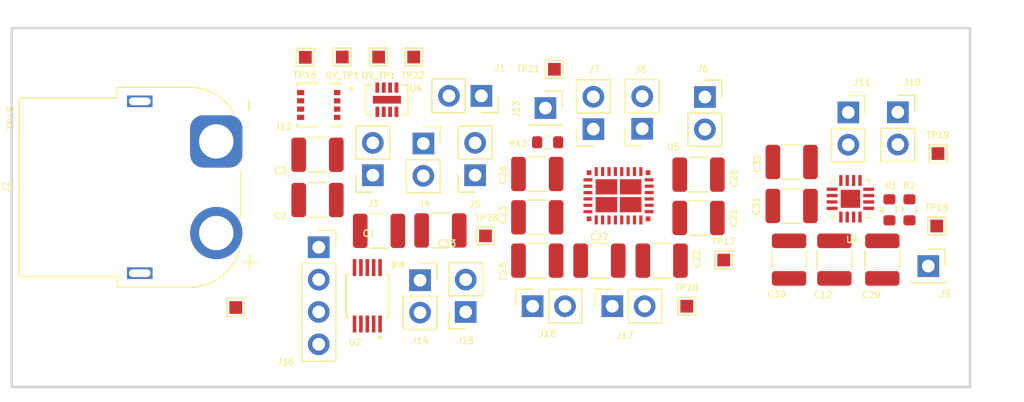
<source format=kicad_pcb>
(kicad_pcb (version 20241229) (generator "pcbnew") (generator_version "9.0")
  (layers (0 "F.Cu" signal) (4 "In1.Cu" signal) (6 "In2.Cu" signal) (2 "B.Cu" signal) (13 "F.Paste" user) (15 "B.Paste" user) (5 "F.SilkS" user "F.Silkscreen") (7 "B.SilkS" user "B.Silkscreen") (1 "F.Mask" user) (3 "B.Mask" user) (25 "Edge.Cuts" user))
  (net 0 "")
  (net 1 "+V_Batt")
  (net 2 "GND")
  (net 3 "+3.3V")
  (net 4 "Net-(U4-Vout)")
  (net 5 "Net-(U5-INTV)")
  (net 6 "Net-(C26-Pad1)")
  (net 7 "Net-(U5-BST)")
  (net 8 "Net-(J8-Pin_2)")
  (net 9 "Net-(J17-Pin_1)")
  (net 10 "Net-(J10-Pin_1)")
  (net 11 "~{LS_Toggle_GPIO}")
  (net 12 "Net-(J3-Pin_1)")
  (net 13 "Net-(J3-Pin_2)")
  (net 14 "Net-(J4-Pin_1)")
  (net 15 "Net-(J6-Pin_2)")
  (net 16 "Net-(J7-Pin_1)")
  (net 17 "+Vout")
  (net 18 "OBC SCL")
  (net 19 "OBC SDA")
  (net 20 "Net-(U4-GATE)")
  (net 21 "Net-(J12-Pad1)")
  (net 22 "SYNC_PHASE")
  (net 23 "Net-(J14-Pin_2)")
  (net 24 "Net-(J15-Pin_1)")
  (net 25 "Net-(J16-Pin_4)")
  (net 26 "SYNC_PHASE1")
  (net 27 "SYNC_PHASE2")
  (net 28 "SYNC_PHASE3")
  (net 29 "Net-(U5-Vc)")
  (footprint "Capacitor_SMD:C_1210_3225Metric" (layer "F.Cu") (at 166.9044 52.6256 180)
    (property "Reference" "C31" (at 2.7524 -0.0048 90) (layer "F.SilkS") (effects (font (size 0.5 0.5) (thickness 0.1))))
    (property "Value" "10u")
    (pad "1" smd roundrect (at -1.475 0 180) (size 1.15 2.7) (layers "F.Cu" "F.Mask" "F.Paste") (roundrect_rratio 0.217391) (net 10 "Net-(J10-Pin_1)"))
    (pad "2" smd roundrect (at 1.475 0 180) (size 1.15 2.7) (layers "F.Cu" "F.Mask" "F.Paste") (roundrect_rratio 0.217391) (net 2 "GND"))
  )
  (footprint "TestPoint:TestPoint_Pad_1.0x1.0mm" (layer "F.Cu") (at 134.5 40.925 180)
    (property "Reference" "OV_TP1" (at 0 -1.45 0) (layer "F.SilkS") (effects (font (size 0.5 0.5) (thickness 0.1))))
    (property "Value" "TestPoint")
    (pad "1" smd rect (at 0 0 180) (size 1 1) (layers "F.Cu" "F.Mask") (net 14 "Net-(J4-Pin_1)"))
  )
  (footprint "TestPoint:TestPoint_Pad_1.0x1.0mm" (layer "F.Cu") (at 123.2916 60.6044 90)
    (property "Reference" "TP15" (at 14.9032 -17.6528 90) (layer "F.SilkS") (effects (font (size 0.5 0.5) (thickness 0.1))))
    (property "Value" "TestPoint")
    (pad "1" smd rect (at 0 0 90) (size 1 1) (layers "F.Cu" "F.Mask") (net 1 "+V_Batt"))
  )
  (footprint "Capacitor_SMD:C_1210_3225Metric" (layer "F.Cu") (at 159.6004 50.1644)
    (property "Reference" "C25" (at 2.77 0.298 90) (layer "F.SilkS") (effects (font (size 0.5 0.5) (thickness 0.1))))
    (property "Value" "1u")
    (pad "1" smd roundrect (at -1.475 0) (size 1.15 2.7) (layers "F.Cu" "F.Mask" "F.Paste") (roundrect_rratio 0.217391) (net 4 "Net-(U4-Vout)"))
    (pad "2" smd roundrect (at 1.475 0) (size 1.15 2.7) (layers "F.Cu" "F.Mask" "F.Paste") (roundrect_rratio 0.217391) (net 2 "GND"))
  )
  (footprint "Capacitor_SMD:C_1210_3225Metric" (layer "F.Cu") (at 146.9494 53.5172 180)
    (property "Reference" "C23" (at 2.704 0.1798 90) (layer "F.SilkS") (effects (font (size 0.5 0.5) (thickness 0.1))))
    (property "Value" "1u")
    (pad "1" smd roundrect (at -1.475 0 180) (size 1.15 2.7) (layers "F.Cu" "F.Mask" "F.Paste") (roundrect_rratio 0.217391) (net 5 "Net-(U5-INTV)"))
    (pad "2" smd roundrect (at 1.475 0 180) (size 1.15 2.7) (layers "F.Cu" "F.Mask" "F.Paste") (roundrect_rratio 0.217391) (net 2 "GND"))
  )
  (footprint "Connector_PinSocket_2.54mm:PinSocket_1x01_P2.54mm_Vertical" (layer "F.Cu") (at 177.625 57.35)
    (property "Reference" "J9" (at 1.302 2.1804 0) (layer "F.SilkS") (effects (font (size 0.5 0.5) (thickness 0.1))))
    (property "Value" "Conn_01x01_Socket")
    (pad "1" thru_hole rect (at 0 0) (size 1.7 1.7) (drill 1) (layers "*.Cu" "*.Mask") (net 3 "+3.3V"))
  )
  (footprint "TestPoint:TestPoint_Pad_1.0x1.0mm" (layer "F.Cu") (at 178.2854 54.2004)
    (property "Reference" "TP18" (at 0 -1.448 0) (layer "F.SilkS") (effects (font (size 0.5 0.5) (thickness 0.1))))
    (property "Value" "TestPoint")
    (pad "1" smd rect (at 0 0) (size 1 1) (layers "F.Cu" "F.Mask") (net 3 "+3.3V"))
  )
  (footprint "Connector_PinSocket_2.54mm:PinSocket_1x02_P2.54mm_Vertical" (layer "F.Cu") (at 151.3458 46.5884 180)
    (property "Reference" "J7" (at -0.0746 4.701 0) (layer "F.SilkS") (effects (font (size 0.5 0.5) (thickness 0.1))))
    (property "Value" "Conn_01x02_Socket")
    (pad "1" thru_hole rect (at 0 0 180) (size 1.7 1.7) (drill 1) (layers "*.Cu" "*.Mask") (net 16 "Net-(J7-Pin_1)"))
    (pad "2" thru_hole oval (at 0 2.54 180) (size 1.7 1.7) (drill 1) (layers "*.Cu" "*.Mask") (net 2 "GND"))
  )
  (footprint "Capacitor_SMD:C_1210_3225Metric" (layer "F.Cu") (at 129.7036 52.161)
    (property "Reference" "C2" (at -2.9224 1.25 0) (layer "F.SilkS") (effects (font (size 0.5 0.5) (thickness 0.1))))
    (property "Value" "10uF")
    (pad "1" smd roundrect (at -1.475 0) (size 1.15 2.7) (layers "F.Cu" "F.Mask" "F.Paste") (roundrect_rratio 0.217391) (net 1 "+V_Batt"))
    (pad "2" smd roundrect (at 1.475 0) (size 1.15 2.7) (layers "F.Cu" "F.Mask" "F.Paste") (roundrect_rratio 0.217391) (net 2 "GND"))
  )
  (footprint "REVC:INA230AIRGTT" (layer "F.Cu") (at 171.5164 52.0628 180)
    (property "Reference" "U6" (at -0.165 -3.213 0) (layer "F.SilkS") (effects (font (size 0.5 0.5) (thickness 0.1))))
    (property "Value" "INA230")
    (pad "1" smd roundrect (at -1.435 -0.75 180) (size 0.86 0.26) (layers "F.Cu" "F.Mask" "F.Paste") (roundrect_rratio 0.125) (net 2 "GND"))
    (pad "2" smd roundrect (at -1.435 -0.25 180) (size 0.86 0.26) (layers "F.Cu" "F.Mask" "F.Paste") (roundrect_rratio 0.125) (net 2 "GND"))
    (pad "3" smd roundrect (at -1.435 0.25 180) (size 0.86 0.26) (layers "F.Cu" "F.Mask" "F.Paste") (roundrect_rratio 0.125))
    (pad "4" smd roundrect (at -1.435 0.75 180) (size 0.86 0.26) (layers "F.Cu" "F.Mask" "F.Paste") (roundrect_rratio 0.125) (net 19 "OBC SDA"))
    (pad "5" smd roundrect (at -0.75 1.435 180) (size 0.26 0.86) (layers "F.Cu" "F.Mask" "F.Paste") (roundrect_rratio 0.125) (net 18 "OBC SCL"))
    (pad "6" smd roundrect (at -0.75 -1.435 180) (size 0.26 0.86) (layers "F.Cu" "F.Mask" "F.Paste") (roundrect_rratio 0.125))
    (pad "6" smd roundrect (at -0.25 -1.435 180) (size 0.26 0.86) (layers "F.Cu" "F.Mask" "F.Paste") (roundrect_rratio 0.125))
    (pad "6" smd roundrect (at -0.25 1.435 180) (size 0.26 0.86) (layers "F.Cu" "F.Mask" "F.Paste") (roundrect_rratio 0.125))
    (pad "6" smd rect (at 0 0 180) (size 1.52 1.42) (layers "F.Cu" "F.Mask"))
    (pad "6" smd roundrect (at 0.25 -1.435 180) (size 0.26 0.86) (layers "F.Cu" "F.Mask" "F.Paste") (roundrect_rratio 0.125))
    (pad "6" smd roundrect (at 0.25 1.435 180) (size 0.26 0.86) (layers "F.Cu" "F.Mask" "F.Paste") (roundrect_rratio 0.125))
    (pad "6" smd roundrect (at 0.75 1.435 180) (size 0.26 0.86) (layers "F.Cu" "F.Mask" "F.Paste") (roundrect_rratio 0.125))
    (pad "9" smd roundrect (at 1.435 0.75 180) (size 0.86 0.26) (layers "F.Cu" "F.Mask" "F.Paste") (roundrect_rratio 0.125) (net 3 "+3.3V"))
    (pad "10" smd roundrect (at 1.435 0.25 180) (size 0.86 0.26) (layers "F.Cu" "F.Mask" "F.Paste") (roundrect_rratio 0.125) (net 2 "GND"))
    (pad "11" smd roundrect (at 1.435 -0.25 180) (size 0.86 0.26) (layers "F.Cu" "F.Mask" "F.Paste") (roundrect_rratio 0.125) (net 10 "Net-(J10-Pin_1)"))
    (pad "12" smd roundrect (at 1.435 -0.75 180) (size 0.86 0.26) (layers "F.Cu" "F.Mask" "F.Paste") (roundrect_rratio 0.125) (net 17 "+Vout"))
    (pad "13" smd roundrect (at 0.75 -1.435 180) (size 0.26 0.86) (layers "F.Cu" "F.Mask" "F.Paste") (roundrect_rratio 0.125) (net 10 "Net-(J10-Pin_1)"))
  )
  (footprint "Capacitor_SMD:C_1210_3225Metric" (layer "F.Cu") (at 156.7048 56.9208)
    (property "Reference" "C22" (at 2.7702 -0.1208 90) (layer "F.SilkS") (effects (font (size 0.5 0.5) (thickness 0.1))))
    (property "Value" "10uF")
    (pad "1" smd roundrect (at -1.475 0) (size 1.15 2.7) (layers "F.Cu" "F.Mask" "F.Paste") (roundrect_rratio 0.217391) (net 4 "Net-(U4-Vout)"))
    (pad "2" smd roundrect (at 1.475 0) (size 1.15 2.7) (layers "F.Cu" "F.Mask" "F.Paste") (roundrect_rratio 0.217391) (net 2 "GND"))
  )
  (footprint "Resistor_SMD:R_0603_1608Metric" (layer "F.Cu") (at 176.1518 52.9304 90)
    (property "Reference" "R2" (at 1.9 -0.0248 0) (layer "F.SilkS") (effects (font (size 0.5 0.5) (thickness 0.1))))
    (property "Value" "4.7k")
    (pad "1" smd roundrect (at -0.825 0 90) (size 0.8 0.95) (layers "F.Cu" "F.Mask" "F.Paste") (net 3 "+3.3V"))
    (pad "2" smd roundrect (at 0.825 0 90) (size 0.8 0.95) (layers "F.Cu" "F.Mask" "F.Paste") (net 18 "OBC SCL"))
  )
  (footprint "Connector_PinSocket_2.54mm:PinSocket_1x02_P2.54mm_Vertical" (layer "F.Cu") (at 137.7518 58.4624)
    (property "Reference" "J14" (at 0 4.756 0) (layer "F.SilkS") (effects (font (size 0.5 0.5) (thickness 0.1))))
    (property "Value" "Conn_01x02_Socket")
    (pad "1" thru_hole rect (at 0 0) (size 1.7 1.7) (drill 1) (layers "*.Cu" "*.Mask") (net 3 "+3.3V"))
    (pad "2" thru_hole oval (at 0 2.54) (size 1.7 1.7) (drill 1) (layers "*.Cu" "*.Mask") (net 23 "Net-(J14-Pin_2)"))
  )
  (footprint "Connector_PinSocket_2.54mm:PinSocket_1x02_P2.54mm_Vertical" (layer "F.Cu") (at 138.008 47.7214)
    (property "Reference" "J4" (at 0.1016 4.7244 0) (layer "F.SilkS") (effects (font (size 0.5 0.5) (thickness 0.1))))
    (property "Value" "Conn_01x02_Socket")
    (pad "1" thru_hole rect (at 0 0) (size 1.7 1.7) (drill 1) (layers "*.Cu" "*.Mask") (net 14 "Net-(J4-Pin_1)"))
    (pad "2" thru_hole oval (at 0 2.54) (size 1.7 1.7) (drill 1) (layers "*.Cu" "*.Mask") (net 12 "Net-(J3-Pin_1)"))
  )
  (footprint "Connector_PinSocket_2.54mm:PinSocket_1x04_P2.54mm_Vertical" (layer "F.Cu") (at 129.802 55.8716)
    (property "Reference" "J16" (at -2.5896 9.0162 0) (layer "F.SilkS") (effects (font (size 0.5 0.5) (thickness 0.1))))
    (property "Value" "Conn_01x04_Socket")
    (pad "1" thru_hole rect (at 0 0) (size 1.7 1.7) (drill 1) (layers "*.Cu" "*.Mask") (net 26 "SYNC_PHASE1"))
    (pad "2" thru_hole oval (at 0 2.54) (size 1.7 1.7) (drill 1) (layers "*.Cu" "*.Mask") (net 27 "SYNC_PHASE2"))
    (pad "3" thru_hole oval (at 0 5.08) (size 1.7 1.7) (drill 1) (layers "*.Cu" "*.Mask") (net 28 "SYNC_PHASE3"))
    (pad "4" thru_hole oval (at 0 7.62) (size 1.7 1.7) (drill 1) (layers "*.Cu" "*.Mask") (net 25 "Net-(J16-Pin_4)"))
  )
  (footprint "TestPoint:TestPoint_Pad_1.0x1.0mm" (layer "F.Cu") (at 131.65 40.925 180)
    (property "Reference" "UV_TP1" (at 0 -1.448 0) (layer "F.SilkS") (effects (font (size 0.5 0.5) (thickness 0.1))))
    (property "Value" "TestPoint")
    (pad "1" smd rect (at 0 0 180) (size 1 1) (layers "F.Cu" "F.Mask") (net 12 "Net-(J3-Pin_1)"))
  )
  (footprint "Capacitor_SMD:C_1210_3225Metric" (layer "F.Cu") (at 129.7036 48.605)
    (property "Reference" "C3" (at -2.9224 1.25 0) (layer "F.SilkS") (effects (font (size 0.5 0.5) (thickness 0.1))))
    (property "Value" "10uF")
    (pad "1" smd roundrect (at -1.475 0) (size 1.15 2.7) (layers "F.Cu" "F.Mask" "F.Paste") (roundrect_rratio 0.217391) (net 1 "+V_Batt"))
    (pad "2" smd roundrect (at 1.475 0) (size 1.15 2.7) (layers "F.Cu" "F.Mask" "F.Paste") (roundrect_rratio 0.217391) (net 2 "GND"))
  )
  (footprint "Capacitor_SMD:C_1210_3225Metric" (layer "F.Cu") (at 170.259 56.8402 -90)
    (property "Reference" "C29" (at 2.7652 -2.893 0) (layer "F.SilkS") (effects (font (size 0.5 0.5) (thickness 0.1))))
    (property "Value" "47u")
    (pad "1" smd roundrect (at -1.475 0 270) (size 1.15 2.7) (layers "F.Cu" "F.Mask" "F.Paste") (roundrect_rratio 0.217391) (net 10 "Net-(J10-Pin_1)"))
    (pad "2" smd roundrect (at 1.475 0 270) (size 1.15 2.7) (layers "F.Cu" "F.Mask" "F.Paste") (roundrect_rratio 0.217391) (net 2 "GND"))
  )
  (footprint "Capacitor_SMD:C_1210_3225Metric" (layer "F.Cu") (at 139.35 54.55)
    (property "Reference" "C33" (at 0.5 1.0172 0) (layer "F.SilkS") (effects (font (size 0.5 0.5) (thickness 0.1))))
    (property "Value" "1u")
    (pad "1" smd roundrect (at -1.475 0) (size 1.15 2.7) (layers "F.Cu" "F.Mask" "F.Paste") (roundrect_rratio 0.217391) (net 2 "GND"))
    (pad "2" smd roundrect (at 1.475 0) (size 1.15 2.7) (layers "F.Cu" "F.Mask" "F.Paste") (roundrect_rratio 0.217391) (net 3 "+3.3V"))
  )
  (footprint "Connector_AMASS:AMASS_XT60PW-F_1x02_P7.20mm_Horizontal" (layer "F.Cu") (at 121.7628 47.5556 90)
    (property "Reference" "J2" (at -3.6 -16.5 90) (layer "F.SilkS") (effects (font (size 0.5 0.5) (thickness 0.1))))
    (property "Value" "Input Power")
    (fp_text user "-" (at 2.8 2.5 90) (layer "F.SilkS"))
    (fp_text user "+" (at -9.5 2.5 90) (layer "F.SilkS") (effects (font (size 1.5 1.5))))
    (pad "" thru_hole rect (at -10.35 -6 90) (size 0.9 2) (drill oval 0.6 1.7) (layers "*.Cu" "*.Mask"))
    (pad "" thru_hole rect (at 3.15 -6 90) (size 0.9 2) (drill oval 0.6 1.7) (layers "*.Cu" "*.Mask"))
    (pad "1" thru_hole roundrect (at 0 0 90) (size 4.1 4.1) (drill 2.7) (layers "*.Cu" "*.Mask") (net 1 "+V_Batt"))
    (pad "2" thru_hole circle (at -7.2 0 90) (size 4.1 4.1) (drill 2.7) (layers "*.Cu" "*.Mask") (net 2 "GND"))
  )
  (footprint "TestPoint:TestPoint_Pad_1.0x1.0mm" (layer "F.Cu") (at 128.75 40.95 180)
    (property "Reference" "TP16" (at 0.025 -1.4 0) (layer "F.SilkS") (effects (font (size 0.5 0.5) (thickness 0.1))))
    (property "Value" "TestPoint")
    (pad "1" smd rect (at 0 0 180) (size 1 1) (layers "F.Cu" "F.Mask") (net 13 "Net-(J3-Pin_2)"))
  )
  (footprint "Capacitor_SMD:C_1210_3225Metric" (layer "F.Cu") (at 146.9512 50.1136 180)
    (property "Reference" "C26" (at 2.7058 -0.0988 90) (layer "F.SilkS") (effects (font (size 0.5 0.5) (thickness 0.1))))
    (property "Value" "220p")
    (pad "1" smd roundrect (at -1.475 0 180) (size 1.15 2.7) (layers "F.Cu" "F.Mask" "F.Paste") (roundrect_rratio 0.217391) (net 6 "Net-(C26-Pad1)"))
    (pad "2" smd roundrect (at 1.475 0 180) (size 1.15 2.7) (layers "F.Cu" "F.Mask" "F.Paste") (roundrect_rratio 0.217391) (net 2 "GND"))
  )
  (footprint "Capacitor_SMD:C_1210_3225Metric" (layer "F.Cu") (at 151.8262 56.9208)
    (property "Reference" "C27" (at 0 -1.8584 0) (layer "F.SilkS") (effects (font (size 0.5 0.5) (thickness 0.1))))
    (property "Value" "0.1u")
    (pad "1" smd roundrect (at -1.475 0) (size 1.15 2.7) (layers "F.Cu" "F.Mask" "F.Paste") (roundrect_rratio 0.217391) (net 7 "Net-(U5-BST)"))
    (pad "2" smd roundrect (at 1.475 0) (size 1.15 2.7) (layers "F.Cu" "F.Mask" "F.Paste") (roundrect_rratio 0.217391) (net 8 "Net-(J8-Pin_2)"))
  )
  (footprint "Resistor_SMD:R_0603_1608Metric" (layer "F.Cu") (at 174.577 52.9304 90)
    (property "Reference" "R1" (at 1.875 0.125 0) (layer "F.SilkS") (effects (font (size 0.5 0.5) (thickness 0.1))))
    (property "Value" "4.7k")
    (pad "1" smd roundrect (at -0.825 0 90) (size 0.8 0.95) (layers "F.Cu" "F.Mask" "F.Paste") (net 3 "+3.3V"))
    (pad "2" smd roundrect (at 0.825 0 90) (size 0.8 0.95) (layers "F.Cu" "F.Mask" "F.Paste") (net 19 "OBC SDA"))
  )
  (footprint "Capacitor_SMD:C_1210_3225Metric" (layer "F.Cu") (at 166.703 56.842 -90)
    (property "Reference" "C30" (at 2.7384 0.951 0) (layer "F.SilkS") (effects (font (size 0.5 0.5) (thickness 0.1))))
    (property "Value" "47u")
    (pad "1" smd roundrect (at -1.475 0 270) (size 1.15 2.7) (layers "F.Cu" "F.Mask" "F.Paste") (roundrect_rratio 0.217391) (net 10 "Net-(J10-Pin_1)"))
    (pad "2" smd roundrect (at 1.475 0 270) (size 1.15 2.7) (layers "F.Cu" "F.Mask" "F.Paste") (roundrect_rratio 0.217391) (net 2 "GND"))
  )
  (footprint "Connector_PinSocket_2.54mm:PinSocket_1x02_P2.54mm_Vertical" (layer "F.Cu") (at 141.3336 60.9516 180)
    (property "Reference" "J15" (at 0 -2.2668 0) (layer "F.SilkS") (effects (font (size 0.5 0.5) (thickness 0.1))))
    (property "Value" "Conn_01x02_Socket")
    (pad "1" thru_hole rect (at 0 0 180) (size 1.7 1.7) (drill 1) (layers "*.Cu" "*.Mask") (net 24 "Net-(J15-Pin_1)"))
    (pad "2" thru_hole oval (at 0 2.54 180) (size 1.7 1.7) (drill 1) (layers "*.Cu" "*.Mask") (net 3 "+3.3V"))
  )
  (footprint "Connector_PinSocket_2.54mm:PinSocket_1x02_P2.54mm_Vertical" (layer "F.Cu") (at 146.5838 60.5006 90)
    (property "Reference" "J18" (at -2.1368 1.1616 0) (layer "F.SilkS") (effects (font (size 0.5 0.5) (thickness 0.1))))
    (property "Value" "Conn_01x02_Socket")
    (pad "1" thru_hole rect (at 0 0 90) (size 1.7 1.7) (drill 1) (layers "*.Cu" "*.Mask") (net 10 "Net-(J10-Pin_1)"))
    (pad "2" thru_hole oval (at 0 2.54 90) (size 1.7 1.7) (drill 1) (layers "*.Cu" "*.Mask") (net 9 "Net-(J17-Pin_1)"))
  )
  (footprint "TestPoint:TestPoint_Pad_1.0x1.0mm" (layer "F.Cu") (at 178.387 48.5108)
    (property "Reference" "TP19" (at 0 -1.448 0) (layer "F.SilkS") (effects (font (size 0.5 0.5) (thickness 0.1))))
    (property "Value" "TestPoint")
    (pad "1" smd rect (at 0 0) (size 1 1) (layers "F.Cu" "F.Mask") (net 17 "+Vout"))
  )
  (footprint "TestPoint:TestPoint_Pad_1.0x1.0mm" (layer "F.Cu") (at 142.8836 54.9766)
    (property "Reference" "TP28" (at 0.1 -1.425 0) (layer "F.SilkS") (effects (font (size 0.5 0.5) (thickness 0.1))))
    (property "Value" "TestPoint")
    (pad "1" smd rect (at 0 0) (size 1 1) (layers "F.Cu" "F.Mask") (net 3 "+3.3V"))
  )
  (footprint "Connector_PinSocket_2.54mm:PinSocket_1x01_P2.54mm_Vertical" (layer "F.Cu") (at 147.5806 44.9366)
    (property "Reference" "J13" (at -2.2852 0.0758 90) (layer "F.SilkS") (effects (font (size 0.5 0.5) (thickness 0.1))))
    (property "Value" "Conn_01x01_Socket")
    (pad "1" thru_hole rect (at 0 0) (size 1.7 1.7) (drill 1) (layers "*.Cu" "*.Mask") (net 22 "SYNC_PHASE"))
  )
  (footprint "REVC:SISB46DN-T1-GE3" (layer "F.Cu") (at 129.8024 44.6934)
    (property "Reference" "J12" (at -2.7688 1.7082 0) (layer "F.SilkS") (effects (font (size 0.5 0.5) (thickness 0.1))))
    (property "Value" "~")
    (pad "1" smd rect (at 1.4458 -0.974979) (size 0.508 0.4064) (layers "F.Cu" "F.Mask" "F.Paste") (net 21 "Net-(J12-Pad1)"))
    (pad "2" smd rect (at 1.4458 -0.324993) (size 0.508 0.4064) (layers "F.Cu" "F.Mask" "F.Paste") (net 20 "Net-(U4-GATE)"))
    (pad "3" smd rect (at 1.4458 0.324993) (size 0.508 0.4064) (layers "F.Cu" "F.Mask" "F.Paste") (net 21 "Net-(J12-Pad1)"))
    (pad "4" smd rect (at 1.4458 0.974979) (size 0.508 0.4064) (layers "F.Cu" "F.Mask" "F.Paste") (net 20 "Net-(U4-GATE)"))
    (pad "5" smd rect (at -1.4204 0.974979) (size 0.5588 0.4064) (layers "F.Cu" "F.Mask" "F.Paste") (net 13 "Net-(J3-Pin_2)"))
    (pad "6" smd rect (at -1.4204 0.324993) (size 0.5588 0.4064) (layers "F.Cu" "F.Mask" "F.Paste") (net 13 "Net-(J3-Pin_2)"))
    (pad "7" smd rect (at -1.4204 -0.324993) (size 0.5588 0.4064) (layers "F.Cu" "F.Mask" "F.Paste") (net 1 "+V_Batt"))
    (pad "8" smd rect (at -1.4204 -0.974979) (size 0.5588 0.4064) (layers "F.Cu" "F.Mask" "F.Paste") (net 1 "+V_Batt"))
  )
  (footprint "Capacitor_SMD:C_1210_3225Metric" (layer "F.Cu") (at 166.9062 49.1712 180)
    (property "Reference" "C32" (at 2.7042 -0.1092 90) (layer "F.SilkS") (effects (font (size 0.5 0.5) (thickness 0.1))))
    (property "Value" "10u")
    (pad "1" smd roundrect (at -1.475 0 180) (size 1.15 2.7) (layers "F.Cu" "F.Mask" "F.Paste") (roundrect_rratio 0.217391) (net 10 "Net-(J10-Pin_1)"))
    (pad "2" smd roundrect (at 1.475 0 180) (size 1.15 2.7) (layers "F.Cu" "F.Mask" "F.Paste") (roundrect_rratio 0.217391) (net 2 "GND"))
  )
  (footprint "REVC:LT8638SEVPBF" (layer "F.Cu") (at 153.325 51.825 90)
    (property "Reference" "U5" (at 3.825 4.3 0) (layer "F.SilkS") (effects (font (size 0.5 0.5) (thickness 0.1))))
    (property "Value" "~" (hide yes))
    (pad "1" smd rect (at -1.9 -1.75 180) (size 0.25 0.7) (layers "F.Cu" "F.Mask" "F.Paste") (net 2 "GND"))
    (pad "2" smd rect (at -1.9 -1.25 180) (size 0.25 0.7) (layers "F.Cu" "F.Mask" "F.Paste") (net 10 "Net-(J10-Pin_1)"))
    (pad "3" smd rect (at -1.9 -0.75 180) (size 0.25 0.7) (layers "F.Cu" "F.Mask" "F.Paste") (net 5 "Net-(U5-INTV)"))
    (pad "4" smd rect (at -1.9 -0.25 180) (size 0.25 0.7) (layers "F.Cu" "F.Mask" "F.Paste") (net 7 "Net-(U5-BST)"))
    (pad "5" smd rect (at -1.9 0.25 180) (size 0.25 0.7) (layers "F.Cu" "F.Mask" "F.Paste") (net 8 "Net-(J8-Pin_2)"))
    (pad "5" smd rect (at -1.9 0.75 180) (size 0.25 0.7) (layers "F.Cu" "F.Mask" "F.Paste") (net 8 "Net-(J8-Pin_2)"))
    (pad "5" smd rect (at -1.9 1.25 180) (size 0.25 0.7) (layers "F.Cu" "F.Mask" "F.Paste") (net 8 "Net-(J8-Pin_2)"))
    (pad "5" smd rect (at -1.9 1.75 180) (size 0.25 0.7) (layers "F.Cu" "F.Mask" "F.Paste") (net 8 "Net-(J8-Pin_2)"))
    (pad "9" smd rect (at -1.25 2.4 90) (size 0.25 0.7) (layers "F.Cu" "F.Mask" "F.Paste") (net 2 "GND"))
    (pad "9" smd rect (at -0.75 2.4 90) (size 0.25 0.7) (layers "F.Cu" "F.Mask" "F.Paste") (net 2 "GND"))
    (pad "9" smd rect (at -0.7 -0.95 90) (size 1.2 1.7) (layers "F.Cu" "F.Mask" "F.Paste") (net 2 "GND"))
    (pad "9" smd rect (at -0.7 0.95 90) (size 1.2 1.7) (layers "F.Cu" "F.Mask" "F.Paste") (net 2 "GND"))
    (pad "9" smd rect (at -0.25 2.4 90) (size 0.25 0.7) (layers "F.Cu" "F.Mask" "F.Paste") (net 2 "GND"))
    (pad "9" smd rect (at 0.25 2.4 90) (size 0.25 0.7) (layers "F.Cu" "F.Mask" "F.Paste") (net 2 "GND"))
    (pad "9" smd rect (at 0.7 -0.95 90) (size 1.2 1.7) (layers "F.Cu" "F.Mask" "F.Paste") (net 2 "GND"))
    (pad "9" smd rect (at 0.7 0.95 90) (size 1.2 1.7) (layers "F.Cu" "F.Mask" "F.Paste") (net 2 "GND"))
    (pad "9" smd rect (at 0.75 2.4 90) (size 0.25 0.7) (layers "F.Cu" "F.Mask" "F.Paste") (net 2 "GND"))
    (pad "9" smd rect (at 1.25 2.4 90) (size 0.25 0.7) (layers "F.Cu" "F.Mask" "F.Paste") (net 2 "GND"))
    (pad "9" smd rect (at 1.9 -0.75 180) (size 0.25 0.7) (layers "F.Cu" "F.Mask" "F.Paste") (net 2 "GND"))
    (pad "18" smd rect (at 1.9 0.25 180) (size 0.25 0.7) (layers "F.Cu" "F.Mask" "F.Paste") (net 4 "Net-(U4-Vout)"))
    (pad "18" smd rect (at 1.9 0.75 180) (size 0.25 0.7) (layers "F.Cu" "F.Mask" "F.Paste") (net 4 "Net-(U4-Vout)"))
    (pad "18" smd rect (at 1.9 1.25 180) (size 0.25 0.7) (layers "F.Cu" "F.Mask" "F.Paste") (net 4 "Net-(U4-Vout)"))
    (pad "18" smd rect (at 1.9 1.75 180) (size 0.25 0.7) (layers "F.Cu" "F.Mask" "F.Paste") (net 4 "Net-(U4-Vout)"))
    (pad "19" smd rect (at -1.813 -2.313 180) (size 0.375 0.375) (layers "F.Cu" "F.Mask" "F.Paste") (net 2 "GND"))
    (pad "19" smd rect (at -1.813 2.313 180) (size 0.375 0.375) (layers "F.Cu" "F.Mask" "F.Paste") (net 2 "GND"))
    (pad "19" smd rect (at 1.813 -2.313 180) (size 0.375 0.375) (layers "F.Cu" "F.Mask" "F.Paste") (net 2 "GND"))
    (pad "19" smd rect (at 1.813 2.313 180) (size 0.375 0.375) (layers "F.Cu" "F.Mask" "F.Paste") (net 2 "GND"))
    (pad "19" smd rect (at 1.9 -0.25 180) (size 0.25 0.7) (layers "F.Cu" "F.Mask" "F.Paste") (net 2 "GND"))
    (pad "21" smd rect (at 1.9 -1.25 180) (size 0.25 0.7) (layers "F.Cu" "F.Mask" "F.Paste") (net 4 "Net-(U4-Vout)"))
    (pad "22" smd rect (at 1.9 -1.75 180) (size 0.25 0.7) (layers "F.Cu" "F.Mask" "F.Paste") (net 16 "Net-(J7-Pin_1)"))
    (pad "23" smd rect (at 1.25 -2.4 90) (size 0.25 0.7) (layers "F.Cu" "F.Mask" "F.Paste"))
    (pad "24" smd rect (at 0.75 -2.4 90) (size 0.25 0.7) (layers "F.Cu" "F.Mask" "F.Paste") (net 22 "SYNC_PHASE"))
    (pad "25" smd rect (at 0.25 -2.4 90) (size 0.25 0.7) (layers "F.Cu" "F.Mask" "F.Paste"))
    (pad "26" smd rect (at -0.25 -2.4 90) (size 0.25 0.7) (layers "F.Cu" "F.Mask" "F.Paste") (net 29 "Net-(U5-Vc)"))
    (pad "27" smd rect (at -0.75 -2.4 90) (size 0.25 0.7) (layers "F.Cu" "F.Mask" "F.Paste") (net 15 "Net-(J6-Pin_2)"))
    (pad "28" smd rect (at -1.25 -2.4 90) (size 0.25 0.7) (layers "F.Cu" "F.Mask" "F.Paste") (net 9 "Net-(J17-Pin_1)"))
  )
  (footprint "Capacitor_SMD:C_1210_3225Metric" (layer "F.Cu") (at 134.5318 54.5802)
    (property "Reference" "C1" (at -0.791 0.2062 0) (layer "F.SilkS") (effects (font (size 0.5 0.5) (thickness 0.1))))
    (property "Value" "10uF")
    (pad "1" smd roundrect (at -1.475 0) (size 1.15 2.7) (layers "F.Cu" "F.Mask" "F.Paste") (roundrect_rratio 0.217391) (net 1 "+V_Batt"))
    (pad "2" smd roundrect (at 1.475 0) (size 1.15 2.7) (layers "F.Cu" "F.Mask" "F.Paste") (roundrect_rratio 0.217391) (net 2 "GND"))
  )
  (footprint "REVC:LTC6902" (layer "F.Cu") (at 133.612 59.6816 -90)
    (property "Reference" "U2" (at 3.6562 0.9496 0) (layer "F.SilkS") (effects (font (size 0.5 0.5) (thickness 0.1))))
    (property "Value" "~")
    (fp_text user "*" (at -2.47015 -2.42316 270) (layer "F.SilkS"))
    (fp_text user "*" (at -2.47015 -2.42316 90) (layer "F.SilkS"))
    (pad "1" smd rect (at -2.21615 -1.00076 270) (size 1.3335 0.2794) (layers "F.Cu" "F.Mask" "F.Paste") (net 3 "+3.3V"))
    (pad "2" smd rect (at -2.21615 -0.50038 270) (size 1.3335 0.2794) (layers "F.Cu" "F.Mask" "F.Paste"))
    (pad "3" smd rect (at -2.21615 0 270) (size 1.3335 0.2794) (layers "F.Cu" "F.Mask" "F.Paste"))
    (pad "4" smd rect (at -2.21615 0.50038 270) (size 1.3335 0.2794) (layers "F.Cu" "F.Mask" "F.Paste") (net 26 "SYNC_PHASE1"))
    (pad "5" smd rect (at -2.21615 1.00076 270) (size 1.3335 0.2794) (layers "F.Cu" "F.Mask" "F.Paste") (net 27 "SYNC_PHASE2"))
    (pad "6" smd rect (at 2.21615 1.00076 270) (size 1.3335 0.2794) (layers "F.Cu" "F.Mask" "F.Paste") (net 28 "SYNC_PHASE3"))
    (pad "7" smd rect (at 2.21615 0.50038 270) (size 1.3335 0.2794) (layers "F.Cu" "F.Mask" "F.Paste") (net 25 "Net-(J16-Pin_4)"))
    (pad "8" smd rect (at 2.21615 0 270) (size 1.3335 0.2794) (layers "F.Cu" "F.Mask" "F.Paste") (net 2 "GND"))
    (pad "9" smd rect (at 2.21615 -0.50038 270) (size 1.3335 0.2794) (layers "F.Cu" "F.Mask" "F.Paste") (net 23 "Net-(J14-Pin_2)"))
    (pad "10" smd rect (at 2.21615 -1.00076 270) (size 1.3335 0.2794) (layers "F.Cu" "F.Mask" "F.Paste") (net 24 "Net-(J15-Pin_1)"))
  )
  (footprint "Connector_PinSocket_2.54mm:PinSocket_1x02_P2.54mm_Vertical" (layer "F.Cu") (at 175.2374 45.2596)
    (property "Reference" "J10" (at 1.1396 -2.3542 0) (layer "F.SilkS") (effects (font (size 0.5 0.5) (thickness 0.1))))
    (property "Value" "Conn_01x02_Socket")
    (pad "1" thru_hole rect (at 0 0) (size 1.7 1.7) (drill 1) (layers "*.Cu" "*.Mask") (net 10 "Net-(J10-Pin_1)"))
    (pad "2" thru_hole oval (at 0 2.54) (size 1.7 1.7) (drill 1) (layers "*.Cu" "*.Mask") (net 17 "+Vout"))
  )
  (footprint "REVC:LTC4365" (layer "F.Cu") (at 135.1512 44.2798 -90)
    (property "Reference" "U4" (at -0.8782 -2.2824 0) (layer "F.SilkS") (effects (font (size 0.5 0.5) (thickness 0.1))))
    (property "Value" "~")
    (pad "1" smd rect (at -0.9524 -0.75 270) (size 0.8048 0.3) (layers "F.Cu" "F.Mask" "F.Paste") (net 2 "GND"))
    (pad "1" smd rect (at 0 0 270) (size 0.61 2.2) (layers "F.Cu" "F.Mask") (net 2 "GND"))
    (pad "2" smd rect (at -0.9524 -0.25 270) (size 0.8048 0.3) (layers "F.Cu" "F.Mask" "F.Paste") (net 14 "Net-(J4-Pin_1)"))
    (pad "3" smd rect (at -0.9524 0.25 270) (size 0.8048 0.3) (layers "F.Cu" "F.Mask" "F.Paste") (net 12 "Net-(J3-Pin_1)"))
    (pad "4" smd rect (at -0.9524 0.75 270) (size 0.8048 0.3) (layers "F.Cu" "F.Mask" "F.Paste") (net 13 "Net-(J3-Pin_2)"))
    (pad "5" smd rect (at 0.9524 0.75 270) (size 0.8048 0.3) (layers "F.Cu" "F.Mask" "F.Paste") (net 20 "Net-(U4-GATE)"))
    (pad "6" smd rect (at 0.9524 0.25 270) (size 0.8048 0.3) (layers "F.Cu" "F.Mask" "F.Paste") (net 4 "Net-(U4-Vout)"))
    (pad "7" smd rect (at 0.9524 -0.25 270) (size 0.8048 0.3) (layers "F.Cu" "F.Mask" "F.Paste"))
    (pad "8" smd rect (at 0.9524 -0.75 270) (size 0.8048 0.3) (layers "F.Cu" "F.Mask" "F.Paste") (net 11 "~{LS_Toggle_GPIO}"))
  )
  (footprint "TestPoint:TestPoint_Pad_1.0x1.0mm" (layer "F.Cu") (at 158.6742 60.5006)
    (property "Reference" "TP20" (at 0 -1.448 0) (layer "F.SilkS") (effects (font (size 0.5 0.5) (thickness 0.1))))
    (property "Value" "TestPoint")
    (pad "1" smd rect (at 0 0) (size 1 1) (layers "F.Cu" "F.Mask") (net 10 "Net-(J10-Pin_1)"))
  )
  (footprint "Capacitor_SMD:C_1210_3225Metric" (layer "F.Cu") (at 146.9494 56.9208 180)
    (property "Reference" "C28" (at 2.6994 -0.8542 90) (layer "F.SilkS") (effects (font (size 0.5 0.5) (thickness 0.1))))
    (property "Value" "1u")
    (pad "1" smd roundrect (at -1.475 0 180) (size 1.15 2.7) (layers "F.Cu" "F.Mask" "F.Paste") (roundrect_rratio 0.217391) (net 10 "Net-(J10-Pin_1)"))
    (pad "2" smd roundrect (at 1.475 0 180) (size 1.15 2.7) (layers "F.Cu" "F.Mask" "F.Paste") (roundrect_rratio 0.217391) (net 9 "Net-(J17-Pin_1)"))
  )
  (footprint "Connector_PinSocket_2.54mm:PinSocket_1x02_P2.54mm_Vertical" (layer "F.Cu") (at 134.0456 50.2106 180)
    (property "Reference" "J3" (at -0.0508 -2.2352 0) (layer "F.SilkS") (effects (font (size 0.5 0.5) (thickness 0.1))))
    (property "Value" "Conn_01x02_Socket")
    (pad "1" thru_hole rect (at 0 0 180) (size 1.7 1.7) (drill 1) (layers "*.Cu" "*.Mask") (net 12 "Net-(J3-Pin_1)"))
    (pad "2" thru_hole oval (at 0 2.54 180) (size 1.7 1.7) (drill 1) (layers "*.Cu" "*.Mask") (net 13 "Net-(J3-Pin_2)"))
  )
  (footprint "Connector_PinSocket_2.54mm:PinSocket_1x02_P2.54mm_Vertical" (layer "F.Cu") (at 160.1 44.0684)
    (property "Reference" "J6" (at -0.1712 -2.206 0) (layer "F.SilkS") (effects (font (size 0.5 0.5) (thickness 0.1))))
    (property "Value" "Conn_01x02_Socket")
    (pad "1" thru_hole rect (at 0 0) (size 1.7 1.7) (drill 1) (layers "*.Cu" "*.Mask") (net 2 "GND"))
    (pad "2" thru_hole oval (at 0 2.54) (size 1.7 1.7) (drill 1) (layers "*.Cu" "*.Mask") (net 15 "Net-(J6-Pin_2)"))
  )
  (footprint "Connector_PinSocket_2.54mm:PinSocket_1x02_P2.54mm_Vertical" (layer "F.Cu") (at 142.072 50.2106 180)
    (property "Reference" "J5" (at 0 -2.286 0) (layer "F.SilkS") (effects (font (size 0.5 0.5) (thickness 0.1))))
    (property "Value" "Conn_01x02_Socket")
    (pad "1" thru_hole rect (at 0 0 180) (size 1.7 1.7) (drill 1) (layers "*.Cu" "*.Mask") (net 2 "GND"))
    (pad "2" thru_hole oval (at 0 2.54 180) (size 1.7 1.7) (drill 1) (layers "*.Cu" "*.Mask") (net 14 "Net-(J4-Pin_1)"))
  )
  (footprint "Capacitor_SMD:C_1210_3225Metric" (layer "F.Cu") (at 159.6004 53.568)
    (property "Reference" "C21" (at 2.745 -0.0056 90) (layer "F.SilkS") (effects (font (size 0.5 0.5) (thickness 0.1))))
    (property "Value" "22u")
    (pad "1" smd roundrect (at -1.475 0) (size 1.15 2.7) (layers "F.Cu" "F.Mask" "F.Paste") (roundrect_rratio 0.217391) (net 4 "Net-(U4-Vout)"))
    (pad "2" smd roundrect (at 1.475 0) (size 1.15 2.7) (layers "F.Cu" "F.Mask" "F.Paste") (roundrect_rratio 0.217391) (net 2 "GND"))
  )
  (footprint "TestPoint:TestPoint_Pad_1.0x1.0mm" (layer "F.Cu") (at 161.575 56.875)
    (property "Reference" "TP17" (at 0 -1.448 0) (layer "F.SilkS") (effects (font (size 0.5 0.5) (thickness 0.1))))
    (property "Value" "TestPoint")
    (pad "1" smd rect (at 0 0) (size 1 1) (layers "F.Cu" "F.Mask") (net 4 "Net-(U4-Vout)"))
  )
  (footprint "Connector_PinSocket_2.54mm:PinSocket_1x02_P2.54mm_Vertical" (layer "F.Cu") (at 171.3508 45.2796)
    (property "Reference" "J11" (at 1.1012 -2.3742 0) (layer "F.SilkS") (effects (font (size 0.5 0.5) (thickness 0.1))))
    (property "Value" "Conn_01x02_Socket")
    (pad "1" thru_hole rect (at 0 0) (size 1.7 1.7) (drill 1) (layers "*.Cu" "*.Mask") (net 19 "OBC SDA"))
    (pad "2" thru_hole oval (at 0 2.54) (size 1.7 1.7) (drill 1) (layers "*.Cu" "*.Mask") (net 18 "OBC SCL"))
  )
  (footprint "Connector_PinSocket_2.54mm:PinSocket_1x02_P2.54mm_Vertical" (layer "F.Cu") (at 155.1808 46.5576 180)
    (property "Reference" "J8" (at 0.1104 4.6452 0) (layer "F.SilkS") (effects (font (size 0.5 0.5) (thickness 0.1))))
    (property "Value" "Conn_01x02_Socket")
    (pad "1" thru_hole rect (at 0 0 180) (size 1.7 1.7) (drill 1) (layers "*.Cu" "*.Mask") (net 10 "Net-(J10-Pin_1)"))
    (pad "2" thru_hole oval (at 0 2.54 180) (size 1.7 1.7) (drill 1) (layers "*.Cu" "*.Mask") (net 8 "Net-(J8-Pin_2)"))
  )
  (footprint "TestPoint:TestPoint_Pad_1.0x1.0mm" (layer "F.Cu") (at 137.25 40.925 180)
    (property "Reference" "TP22" (at 0.05 -1.45 0) (layer "F.SilkS") (effects (font (size 0.5 0.5) (thickness 0.1))))
    (property "Value" "TestPoint")
    (pad "1" smd rect (at 0 0 180) (size 1 1) (layers "F.Cu" "F.Mask") (net 11 "~{LS_Toggle_GPIO}"))
  )
  (footprint "Resistor_SMD:R_0603_1608Metric" (layer "F.Cu") (at 147.7622 47.6244 180)
    (property "Reference" "R42" (at 2.3168 -0.113 0) (layer "F.SilkS") (effects (font (size 0.5 0.5) (thickness 0.1))))
    (property "Value" "10k")
    (pad "1" smd roundrect (at -0.825 0 180) (size 0.8 0.95) (layers "F.Cu" "F.Mask" "F.Paste") (net 29 "Net-(U5-Vc)"))
    (pad "2" smd roundrect (at 0.825 0 180) (size 0.8 0.95) (layers "F.Cu" "F.Mask" "F.Paste") (net 6 "Net-(C26-Pad1)"))
  )
  (footprint "TestPoint:TestPoint_Pad_1.0x1.0mm" (layer "F.Cu") (at 148.2918 41.8886)
    (property "Reference" "TP21" (at -2.0464 -0.0262 0) (layer "F.SilkS") (effects (font (size 0.5 0.5) (thickness 0.1))))
    (property "Value" "TestPoint")
    (pad "1" smd rect (at 0 0) (size 1 1) (layers "F.Cu" "F.Mask") (net 22 "SYNC_PHASE"))
  )
  (footprint "Connector_PinSocket_2.54mm:PinSocket_1x02_P2.54mm_Vertical" (layer "F.Cu") (at 142.5586 43.9766 -90)
    (property "Reference" "J1" (at -2.175 -1.475 0) (layer "F.SilkS") (effects (font (size 0.5 0.5) (thickness 0.1))))
    (property "Value" "Conn_01x02_Socket")
    (pad "1" thru_hole rect (at 0 0 270) (size 1.7 1.7) (drill 1) (layers "*.Cu" "*.Mask") (net 11 "~{LS_Toggle_GPIO}"))
    (pad "2" thru_hole oval (at 0 2.54 270) (size 1.7 1.7) (drill 1) (layers "*.Cu" "*.Mask") (net 11 "~{LS_Toggle_GPIO}"))
  )
  (footprint "Connector_PinSocket_2.54mm:PinSocket_1x02_P2.54mm_Vertical" (layer "F.Cu") (at 152.8322 60.5006 90)
    (property "Reference" "J17" (at -2.3118 0.9882 0) (layer "F.SilkS") (effects (font (size 0.5 0.5) (thickness 0.1))))
    (property "Value" "Conn_01x02_Socket")
    (pad "1" thru_hole rect (at 0 0 90) (size 1.7 1.7) (drill 1) (layers "*.Cu" "*.Mask") (net 9 "Net-(J17-Pin_1)"))
    (pad "2" thru_hole oval (at 0 2.54 90) (size 1.7 1.7) (drill 1) (layers "*.Cu" "*.Mask") (net 2 "GND"))
  )
  (footprint "Capacitor_SMD:C_1210_3225Metric" (layer "F.Cu") (at 174.0182 56.842 90)
    (property "Reference" "C12" (at -2.7634 -4.6412 0) (layer "F.SilkS") (effects (font (size 0.5 0.5) (thickness 0.1))))
    (property "Value" "0.1u")
    (pad "1" smd roundrect (at -1.475 0 90) (size 1.15 2.7) (layers "F.Cu" "F.Mask" "F.Paste") (roundrect_rratio 0.217391) (net 2 "GND"))
    (pad "2" smd roundrect (at 1.475 0 90) (size 1.15 2.7) (layers "F.Cu" "F.Mask" "F.Paste") (roundrect_rratio 0.217391) (net 3 "+3.3V"))
  )
  (gr_rect (start 105.7148 38.6588) (end 180.8988 66.8528) (stroke (width 0.2)) (fill no) (layer "Edge.Cuts"))
)
</source>
